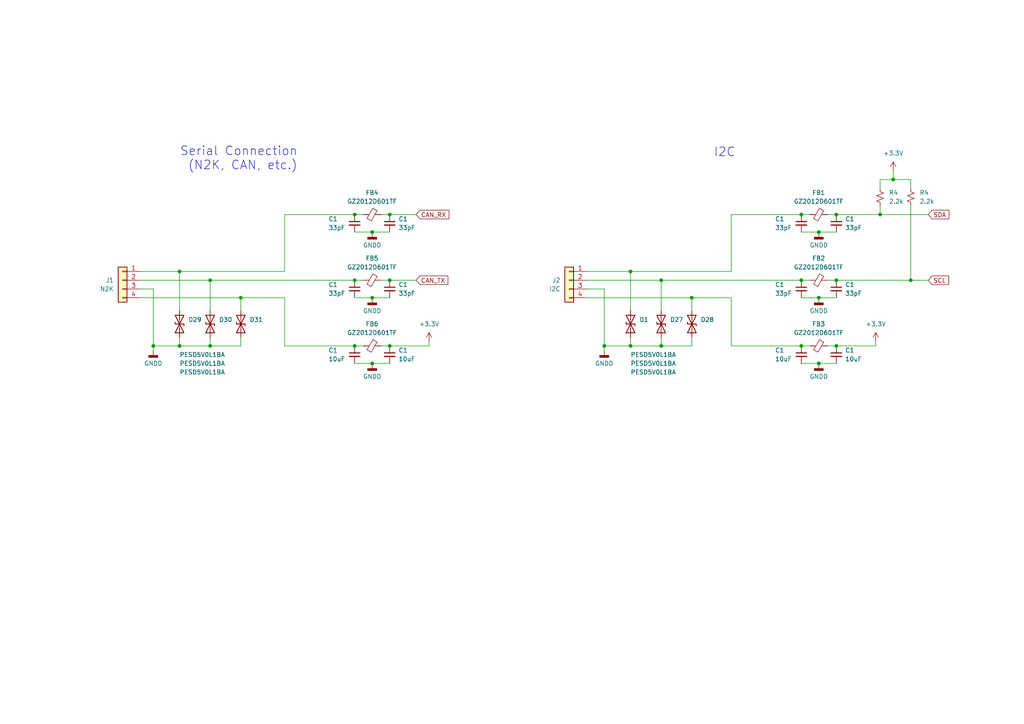
<source format=kicad_sch>
(kicad_sch (version 20230121) (generator eeschema)
  (paper "A4")
  (lib_symbols
    (symbol "Connector_Generic:Conn_01x04" (pin_names (offset 1.016) hide)
      (property "Reference" "J" (at 0 5.08 0))
      (property "Value" "Conn_01x04" (at 0 -7.62 0))
      (symbol "Conn_01x04_1_1"
        (rectangle (start -1.27 -4.953) (end 0 -5.207) (stroke (width 0.1524)))
        (rectangle (start -1.27 -2.413) (end 0 -2.667) (stroke (width 0.1524)))
        (rectangle (start -1.27 0.127) (end 0 -0.127) (stroke (width 0.1524)))
        (rectangle (start -1.27 2.667) (end 0 2.413) (stroke (width 0.1524)))
        (rectangle (start -1.27 3.81) (end 1.27 -6.35) (stroke (width 0.254)) (fill (type background)))
        (pin passive line (at -5.08 2.54 0) (length 3.81) (name "Pin_1") (number "1"))
        (pin passive line (at -5.08 0 0) (length 3.81) (name "Pin_2") (number "2"))
        (pin passive line (at -5.08 -2.54 0) (length 3.81) (name "Pin_3") (number "3"))
        (pin passive line (at -5.08 -5.08 0) (length 3.81) (name "Pin_4") (number "4"))
      )
    )
    (symbol "Device:C_Small" (pin_numbers hide) (pin_names (offset 0.254) hide)
      (property "Reference" "C" (at 0.254 1.778 0))
      (property "Value" "C_Small" (at 0.254 -2.032 0))
      (symbol "C_Small_0_1"
        (polyline (pts (xy -1.524 -0.508) (xy 1.524 -0.508)) (stroke (width 0.3302)))
        (polyline (pts (xy -1.524 0.508) (xy 1.524 0.508)) (stroke (width 0.3048)))
      )
      (symbol "C_Small_1_1"
        (pin passive line (at 0 2.54 270) (length 2.032) (name "~") (number "1"))
        (pin passive line (at 0 -2.54 90) (length 2.032) (name "~") (number "2"))
      )
    )
    (symbol "Device:D_TVS" (pin_numbers hide) (pin_names (offset 1.016) hide)
      (property "Reference" "D" (at 0 2.54 0))
      (property "Value" "D_TVS" (at 0 -2.54 0))
      (symbol "D_TVS_0_1"
        (polyline (pts (xy 1.27 0) (xy -1.27 0)))
        (polyline (pts (xy 0.508 1.27) (xy 0 1.27) (xy 0 -1.27) (xy -0.508 -1.27)) (stroke (width 0.254)))
        (polyline (pts (xy -2.54 1.27) (xy -2.54 -1.27) (xy 2.54 1.27) (xy 2.54 -1.27) (xy -2.54 1.27)) (stroke (width 0.254)))
      )
      (symbol "D_TVS_1_1"
        (pin passive line (at -3.81 0 0) (length 2.54) (name "A1") (number "1"))
        (pin passive line (at 3.81 0 180) (length 2.54) (name "A2") (number "2"))
      )
    )
    (symbol "Device:FerriteBead_Small" (pin_numbers hide) (pin_names (offset 0))
      (property "Reference" "FB" (at 1.905 1.27 0))
      (property "Value" "FerriteBead_Small" (at 1.905 -1.27 0))
      (symbol "FerriteBead_Small_0_1"
        (polyline (pts (xy 0 -1.27) (xy 0 -0.7874)))
        (polyline (pts (xy 0 0.889) (xy 0 1.2954)))
        (polyline (pts (xy -1.8288 0.2794) (xy -1.1176 1.4986) (xy 1.8288 -0.2032) (xy 1.1176 -1.4224) (xy -1.8288 0.2794)))
      )
      (symbol "FerriteBead_Small_1_1"
        (pin passive line (at 0 2.54 270) (length 1.27) (name "~") (number "1"))
        (pin passive line (at 0 -2.54 90) (length 1.27) (name "~") (number "2"))
      )
    )
    (symbol "Device:R_Small_US" (pin_numbers hide) (pin_names (offset 0.254) hide)
      (property "Reference" "R" (at 0.762 0.508 0))
      (property "Value" "R_Small_US" (at 0.762 -1.016 0))
      (symbol "R_Small_US_1_1"
        (polyline (pts (xy 0 0) (xy 1.016 -0.381) (xy 0 -0.762) (xy -1.016 -1.143) (xy 0 -1.524)))
        (polyline (pts (xy 0 1.524) (xy 1.016 1.143) (xy 0 0.762) (xy -1.016 0.381) (xy 0 0)))
        (pin passive line (at 0 2.54 270) (length 1.016) (name "~") (number "1"))
        (pin passive line (at 0 -2.54 90) (length 1.016) (name "~") (number "2"))
      )
    )
    (symbol "power:+3.3V" (power) (pin_names (offset 0))
      (property "Value" "+3.3V" (at 0 3.556 0))
      (symbol "+3.3V_0_1"
        (polyline (pts (xy -0.762 1.27) (xy 0 2.54)))
        (polyline (pts (xy 0 0) (xy 0 2.54)))
        (polyline (pts (xy 0 2.54) (xy 0.762 1.27)))
      )
      (symbol "+3.3V_1_1"
        (pin power_in line (at 0 0 90) (length 0) hide (name "+3.3V") (number "1"))
      )
    )
    (symbol "power:GNDD" (power) (pin_names (offset 0))
      (property "Value" "GNDD" (at 0 -3.175 0))
      (symbol "GNDD_0_1"
        (rectangle (start -1.27 -1.524) (end 1.27 -2.032) (stroke (width 0.254)) (fill (type outline)))
        (polyline (pts (xy 0 0) (xy 0 -1.524)))
      )
      (symbol "GNDD_1_1"
        (pin power_in line (at 0 0 270) (length 0) hide (name "GNDD") (number "1"))
      )
    )
  )
  (junction (at 237.49 67.31))
  (junction (at 69.85 86.36))
  (junction (at 102.87 62.23))
  (junction (at 264.16 81.28))
  (junction (at 44.45 100.33))
  (junction (at 107.95 67.31))
  (junction (at 113.03 100.33))
  (junction (at 60.96 81.28))
  (junction (at 102.87 100.33))
  (junction (at 242.57 62.23))
  (junction (at 182.88 100.33))
  (junction (at 102.87 81.28))
  (junction (at 237.49 105.41))
  (junction (at 237.49 86.36))
  (junction (at 242.57 100.33))
  (junction (at 200.66 86.36))
  (junction (at 255.27 62.23))
  (junction (at 242.57 81.28))
  (junction (at 232.41 62.23))
  (junction (at 60.96 100.33))
  (junction (at 113.03 81.28))
  (junction (at 191.77 100.33))
  (junction (at 52.07 78.74))
  (junction (at 191.77 81.28))
  (junction (at 175.26 100.33))
  (junction (at 113.03 62.23))
  (junction (at 232.41 81.28))
  (junction (at 52.07 100.33))
  (junction (at 182.88 78.74))
  (junction (at 107.95 86.36))
  (junction (at 259.08 52.07))
  (junction (at 107.95 105.41))
  (junction (at 232.41 100.33))
  (wire (pts (xy 113.03 62.23) (xy 120.65 62.23)))
  (wire (pts (xy 191.77 81.28) (xy 232.41 81.28)))
  (wire (pts (xy 212.09 62.23) (xy 232.41 62.23)))
  (wire (pts (xy 232.41 62.23) (xy 234.95 62.23)))
  (wire (pts (xy 60.96 100.33) (xy 69.85 100.33)))
  (wire (pts (xy 191.77 100.33) (xy 191.77 97.79)))
  (wire (pts (xy 40.64 78.74) (xy 52.07 78.74)))
  (wire (pts (xy 232.41 81.28) (xy 234.95 81.28)))
  (wire (pts (xy 40.64 86.36) (xy 69.85 86.36)))
  (wire (pts (xy 242.57 62.23) (xy 255.27 62.23)))
  (wire (pts (xy 259.08 49.53) (xy 259.08 52.07)))
  (wire (pts (xy 170.18 83.82) (xy 175.26 83.82)))
  (wire (pts (xy 242.57 100.33) (xy 254 100.33)))
  (wire (pts (xy 170.18 86.36) (xy 200.66 86.36)))
  (wire (pts (xy 107.95 67.31) (xy 113.03 67.31)))
  (wire (pts (xy 110.49 81.28) (xy 113.03 81.28)))
  (wire (pts (xy 240.03 81.28) (xy 242.57 81.28)))
  (wire (pts (xy 191.77 100.33) (xy 200.66 100.33)))
  (wire (pts (xy 107.95 105.41) (xy 113.03 105.41)))
  (wire (pts (xy 212.09 86.36) (xy 212.09 100.33)))
  (wire (pts (xy 102.87 100.33) (xy 105.41 100.33)))
  (wire (pts (xy 69.85 86.36) (xy 69.85 90.17)))
  (wire (pts (xy 170.18 81.28) (xy 191.77 81.28)))
  (wire (pts (xy 124.46 100.33) (xy 124.46 99.06)))
  (wire (pts (xy 237.49 105.41) (xy 242.57 105.41)))
  (wire (pts (xy 52.07 100.33) (xy 60.96 100.33)))
  (wire (pts (xy 102.87 86.36) (xy 107.95 86.36)))
  (wire (pts (xy 200.66 86.36) (xy 212.09 86.36)))
  (wire (pts (xy 102.87 105.41) (xy 107.95 105.41)))
  (wire (pts (xy 255.27 52.07) (xy 255.27 54.61)))
  (wire (pts (xy 113.03 81.28) (xy 120.65 81.28)))
  (wire (pts (xy 232.41 105.41) (xy 237.49 105.41)))
  (wire (pts (xy 107.95 86.36) (xy 113.03 86.36)))
  (wire (pts (xy 255.27 59.69) (xy 255.27 62.23)))
  (wire (pts (xy 232.41 67.31) (xy 237.49 67.31)))
  (wire (pts (xy 69.85 100.33) (xy 69.85 97.79)))
  (wire (pts (xy 182.88 100.33) (xy 191.77 100.33)))
  (wire (pts (xy 175.26 100.33) (xy 175.26 101.6)))
  (wire (pts (xy 60.96 100.33) (xy 60.96 97.79)))
  (wire (pts (xy 82.55 86.36) (xy 82.55 100.33)))
  (wire (pts (xy 191.77 81.28) (xy 191.77 90.17)))
  (wire (pts (xy 255.27 52.07) (xy 259.08 52.07)))
  (wire (pts (xy 242.57 81.28) (xy 264.16 81.28)))
  (wire (pts (xy 200.66 100.33) (xy 200.66 97.79)))
  (wire (pts (xy 52.07 100.33) (xy 52.07 97.79)))
  (wire (pts (xy 240.03 62.23) (xy 242.57 62.23)))
  (wire (pts (xy 212.09 62.23) (xy 212.09 78.74)))
  (wire (pts (xy 110.49 62.23) (xy 113.03 62.23)))
  (wire (pts (xy 82.55 62.23) (xy 82.55 78.74)))
  (wire (pts (xy 240.03 100.33) (xy 242.57 100.33)))
  (wire (pts (xy 212.09 100.33) (xy 232.41 100.33)))
  (wire (pts (xy 182.88 78.74) (xy 182.88 90.17)))
  (wire (pts (xy 44.45 100.33) (xy 44.45 101.6)))
  (wire (pts (xy 102.87 67.31) (xy 107.95 67.31)))
  (wire (pts (xy 264.16 52.07) (xy 264.16 54.61)))
  (wire (pts (xy 60.96 81.28) (xy 102.87 81.28)))
  (wire (pts (xy 182.88 100.33) (xy 182.88 97.79)))
  (wire (pts (xy 170.18 78.74) (xy 182.88 78.74)))
  (wire (pts (xy 264.16 59.69) (xy 264.16 81.28)))
  (wire (pts (xy 52.07 78.74) (xy 82.55 78.74)))
  (wire (pts (xy 237.49 67.31) (xy 242.57 67.31)))
  (wire (pts (xy 254 100.33) (xy 254 99.06)))
  (wire (pts (xy 110.49 100.33) (xy 113.03 100.33)))
  (wire (pts (xy 200.66 90.17) (xy 200.66 86.36)))
  (wire (pts (xy 237.49 86.36) (xy 242.57 86.36)))
  (wire (pts (xy 44.45 83.82) (xy 44.45 100.33)))
  (wire (pts (xy 82.55 100.33) (xy 102.87 100.33)))
  (wire (pts (xy 232.41 86.36) (xy 237.49 86.36)))
  (wire (pts (xy 255.27 62.23) (xy 269.24 62.23)))
  (wire (pts (xy 60.96 81.28) (xy 60.96 90.17)))
  (wire (pts (xy 40.64 83.82) (xy 44.45 83.82)))
  (wire (pts (xy 102.87 62.23) (xy 105.41 62.23)))
  (wire (pts (xy 175.26 83.82) (xy 175.26 100.33)))
  (wire (pts (xy 52.07 78.74) (xy 52.07 90.17)))
  (wire (pts (xy 113.03 100.33) (xy 124.46 100.33)))
  (wire (pts (xy 264.16 52.07) (xy 259.08 52.07)))
  (wire (pts (xy 175.26 100.33) (xy 182.88 100.33)))
  (wire (pts (xy 102.87 81.28) (xy 105.41 81.28)))
  (wire (pts (xy 82.55 62.23) (xy 102.87 62.23)))
  (wire (pts (xy 264.16 81.28) (xy 269.24 81.28)))
  (wire (pts (xy 44.45 100.33) (xy 52.07 100.33)))
  (wire (pts (xy 69.85 86.36) (xy 82.55 86.36)))
  (wire (pts (xy 40.64 81.28) (xy 60.96 81.28)))
  (wire (pts (xy 232.41 100.33) (xy 234.95 100.33)))
  (wire (pts (xy 212.09 78.74) (xy 182.88 78.74)))
  (text "Serial Connection\n(N2K, CAN, etc.)" (at 86.36 49.53 0) (effects (font (size 2.54 2.54)) (justify right bottom)))
  (text "I2C" (at 213.36 45.72 0) (effects (font (size 2.54 2.54)) (justify right bottom)))
  (global_label "CAN_TX" (shape input) (at 120.65 81.28 0) (property "Intersheetrefs" "${INTERSHEET_REFS}" (effects hide)))
  (global_label "SCL" (shape input) (at 269.24 81.28 0) (property "Intersheetrefs" "${INTERSHEET_REFS}" (effects hide)))
  (global_label "SDA" (shape input) (at 269.24 62.23 0) (property "Intersheetrefs" "${INTERSHEET_REFS}" (effects hide)))
  (global_label "CAN_RX" (shape input) (at 120.65 62.23 0) (property "Intersheetrefs" "${INTERSHEET_REFS}" (effects hide)))
  (symbol (lib_id "power:GNDD") (at 107.95 67.31 0) (mirror y) (unit 1)
    (property "Reference" "#PWR054" (effects hide))
    (property "Value" "GNDD" (at 107.95 71.12 0))
    (instances (project "rgb-input" (path "" (reference "#PWR054") (unit 1)) (path "" (reference "#PWR078") (unit 1))))
  )
  (symbol (lib_id "power:GNDD") (at 237.49 67.31 0) (mirror y) (unit 1)
    (property "Reference" "#PWR054" (effects hide))
    (property "Value" "GNDD" (at 237.49 71.12 0))
    (instances (project "rgb-input" (path "" (reference "#PWR054") (unit 1)) (path "" (reference "#PWR073") (unit 1))))
  )
  (symbol (lib_id "Device:C_Small") (at 102.87 83.82 0) (unit 1)
    (property "Reference" "C1" (at 95.25 82.55 0) (effects (justify left)))
    (property "Value" "33pF" (at 95.25 85.09 0) (effects (justify left)))
    (property "Footprint" "Capacitor_SMD:C_0805_2012Metric_Pad1.18x1.45mm_HandSolder" (effects hide))
    (property "Vendor" "08053C104KAT4A" (effects hide))
    (instances (project "rgb-input" (path "" (reference "C1") (unit 1)) (path "" (reference "C38") (unit 1))))
  )
  (symbol (lib_id "Device:C_Small") (at 242.57 64.77 0) (unit 1)
    (property "Reference" "C1" (at 245.11 63.5063 0) (effects (justify left)))
    (property "Value" "33pF" (at 245.11 66.0463 0) (effects (justify left)))
    (property "Footprint" "Capacitor_SMD:C_0805_2012Metric_Pad1.18x1.45mm_HandSolder" (effects hide))
    (instances (project "rgb-input" (path "" (reference "C1") (unit 1)) (path "" (reference "C32") (unit 1))))
  )
  (symbol (lib_id "Device:D_TVS") (at 60.96 93.98 90) (unit 1)
    (property "Reference" "D30" (at 63.5 92.71 90) (effects (justify right)))
    (property "Value" "PESD5V0L1BA" (at 52.07 105.41 90) (effects (justify right)))
    (property "Footprint" "Diode_SMD:D_SOD-323_HandSoldering" (effects hide))
  )
  (symbol (lib_id "Device:C_Small") (at 102.87 64.77 0) (unit 1)
    (property "Reference" "C1" (at 95.25 63.5 0) (effects (justify left)))
    (property "Value" "33pF" (at 95.25 66.04 0) (effects (justify left)))
    (property "Footprint" "Capacitor_SMD:C_0805_2012Metric_Pad1.18x1.45mm_HandSolder" (effects hide))
    (instances (project "rgb-input" (path "" (reference "C1") (unit 1)) (path "" (reference "C37") (unit 1))))
  )
  (symbol (lib_id "Device:C_Small") (at 242.57 102.87 0) (unit 1)
    (property "Reference" "C1" (at 245.11 101.6063 0) (effects (justify left)))
    (property "Value" "10uF" (at 245.11 104.1463 0) (effects (justify left)))
    (property "Footprint" "Capacitor_SMD:C_0805_2012Metric_Pad1.18x1.45mm_HandSolder" (effects hide))
    (property "Vendor" "08053C104KAT4A" (effects hide))
    (instances (project "rgb-input" (path "" (reference "C1") (unit 1)) (path "" (reference "C36") (unit 1))))
  )
  (symbol (lib_id "Device:D_TVS") (at 52.07 93.98 90) (unit 1)
    (property "Reference" "D29" (at 54.61 92.71 90) (effects (justify right)))
    (property "Value" "PESD5V0L1BA" (at 52.07 102.87 90) (effects (justify right)))
    (property "Footprint" "Diode_SMD:D_SOD-323_HandSoldering" (effects hide))
  )
  (symbol (lib_id "Connector_Generic:Conn_01x04") (at 35.56 81.28 0) (mirror y) (unit 1)
    (property "Reference" "J1" (at 33.02 81.28 0) (effects (justify left)))
    (property "Value" "N2K" (at 33.02 83.82 0) (effects (justify left)))
    (property "Footprint" "Connector_PinHeader_2.54mm:PinHeader_1x04_P2.54mm_Vertical" (effects hide))
    (instances (project "rgb-input" (path "" (reference "J1") (unit 1)) (path "" (reference "J14") (unit 1))))
  )
  (symbol (lib_id "Device:D_TVS") (at 200.66 93.98 90) (unit 1)
    (property "Reference" "D28" (at 203.2 92.71 90) (effects (justify right)))
    (property "Value" "PESD5V0L1BA" (at 182.88 107.95 90) (effects (justify right)))
    (property "Footprint" "Diode_SMD:D_SOD-323_HandSoldering" (effects hide))
  )
  (symbol (lib_id "power:GNDD") (at 107.95 105.41 0) (mirror y) (unit 1)
    (property "Reference" "#PWR054" (effects hide))
    (property "Value" "GNDD" (at 107.95 109.22 0))
    (instances (project "rgb-input" (path "" (reference "#PWR054") (unit 1)) (path "" (reference "#PWR080") (unit 1))))
  )
  (symbol (lib_id "Device:D_TVS") (at 182.88 93.98 90) (unit 1)
    (property "Reference" "D1" (at 185.42 92.71 90) (effects (justify right)))
    (property "Value" "PESD5V0L1BA" (at 182.88 102.87 90) (effects (justify right)))
    (property "Footprint" "Diode_SMD:D_SOD-323_HandSoldering" (effects hide))
  )
  (symbol (lib_id "Device:C_Small") (at 242.57 83.82 0) (unit 1)
    (property "Reference" "C1" (at 245.11 82.5563 0) (effects (justify left)))
    (property "Value" "33pF" (at 245.11 85.0963 0) (effects (justify left)))
    (property "Footprint" "Capacitor_SMD:C_0805_2012Metric_Pad1.18x1.45mm_HandSolder" (effects hide))
    (property "Vendor" "08053C104KAT4A" (effects hide))
    (instances (project "rgb-input" (path "" (reference "C1") (unit 1)) (path "" (reference "C34") (unit 1))))
  )
  (symbol (lib_id "Device:FerriteBead_Small") (at 237.49 62.23 90) (unit 1)
    (property "Reference" "FB1" (at 237.4519 55.88 90))
    (property "Value" "GZ2012D601TF" (at 237.4519 58.42 90))
    (property "Footprint" "Inductor_SMD:L_0805_2012Metric" (effects hide))
  )
  (symbol (lib_id "Device:FerriteBead_Small") (at 107.95 81.28 90) (unit 1)
    (property "Reference" "FB5" (at 107.9119 74.93 90))
    (property "Value" "GZ2012D601TF" (at 107.9119 77.47 90))
    (property "Footprint" "Inductor_SMD:L_0805_2012Metric" (effects hide))
  )
  (symbol (lib_id "power:+3.3V") (at 259.08 49.53 0) (mirror y) (unit 1)
    (property "Reference" "#PWR060" (effects hide))
    (property "Value" "+3.3V" (at 259.08 44.45 0))
    (instances (project "rgb-input" (path "" (reference "#PWR060") (unit 1)) (path "" (reference "#PWR054") (unit 1))))
  )
  (symbol (lib_id "Device:C_Small") (at 102.87 102.87 0) (unit 1)
    (property "Reference" "C1" (at 95.25 101.6 0) (effects (justify left)))
    (property "Value" "10uF" (at 95.25 104.14 0) (effects (justify left)))
    (property "Footprint" "Capacitor_SMD:C_0805_2012Metric_Pad1.18x1.45mm_HandSolder" (effects hide))
    (property "Vendor" "08053C104KAT4A" (effects hide))
    (instances (project "rgb-input" (path "" (reference "C1") (unit 1)) (path "" (reference "C39") (unit 1))))
  )
  (symbol (lib_id "power:GNDD") (at 237.49 105.41 0) (mirror y) (unit 1)
    (property "Reference" "#PWR054" (effects hide))
    (property "Value" "GNDD" (at 237.49 109.22 0))
    (instances (project "rgb-input" (path "" (reference "#PWR054") (unit 1)) (path "" (reference "#PWR075") (unit 1))))
  )
  (symbol (lib_id "power:GNDD") (at 44.45 101.6 0) (mirror y) (unit 1)
    (property "Reference" "#PWR054" (effects hide))
    (property "Value" "GNDD" (at 44.45 105.41 0))
    (instances (project "rgb-input" (path "" (reference "#PWR054") (unit 1)) (path "" (reference "#PWR062") (unit 1))))
  )
  (symbol (lib_id "Connector_Generic:Conn_01x04") (at 165.1 81.28 0) (mirror y) (unit 1)
    (property "Reference" "J2" (at 162.56 81.28 0) (effects (justify left)))
    (property "Value" "I2C" (at 162.56 83.82 0) (effects (justify left)))
    (property "Footprint" "Connector_PinHeader_2.54mm:PinHeader_1x04_P2.54mm_Vertical" (effects hide))
    (instances (project "rgb-input" (path "" (reference "J2") (unit 1)) (path "" (reference "J13") (unit 1))))
  )
  (symbol (lib_id "power:GNDD") (at 107.95 86.36 0) (mirror y) (unit 1)
    (property "Reference" "#PWR054" (effects hide))
    (property "Value" "GNDD" (at 107.95 90.17 0))
    (instances (project "rgb-input" (path "" (reference "#PWR054") (unit 1)) (path "" (reference "#PWR079") (unit 1))))
  )
  (symbol (lib_id "Device:FerriteBead_Small") (at 237.49 81.28 90) (unit 1)
    (property "Reference" "FB2" (at 237.4519 74.93 90))
    (property "Value" "GZ2012D601TF" (at 237.4519 77.47 90))
    (property "Footprint" "Inductor_SMD:L_0805_2012Metric" (effects hide))
  )
  (symbol (lib_id "power:+3.3V") (at 254 99.06 0) (mirror y) (unit 1)
    (property "Reference" "#PWR060" (effects hide))
    (property "Value" "+3.3V" (at 254 93.98 0))
    (instances (project "rgb-input" (path "" (reference "#PWR060") (unit 1)) (path "" (reference "#PWR076") (unit 1))))
  )
  (symbol (lib_id "Device:R_Small_US") (at 264.16 57.15 180) (unit 1)
    (property "Reference" "R4" (at 266.7 55.88 0) (effects (justify right)))
    (property "Value" "2.2k" (at 266.7 58.42 0) (effects (justify right)))
    (property "Footprint" "Resistor_SMD:R_0805_2012Metric_Pad1.20x1.40mm_HandSolder" (effects hide))
    (instances (project "rgb-input" (path "" (reference "R4") (unit 1)) (path "" (reference "R42") (unit 1))))
  )
  (symbol (lib_id "power:GNDD") (at 237.49 86.36 0) (mirror y) (unit 1)
    (property "Reference" "#PWR054" (effects hide))
    (property "Value" "GNDD" (at 237.49 90.17 0))
    (instances (project "rgb-input" (path "" (reference "#PWR054") (unit 1)) (path "" (reference "#PWR074") (unit 1))))
  )
  (symbol (lib_id "power:GNDD") (at 175.26 101.6 0) (mirror y) (unit 1)
    (property "Reference" "#PWR054" (effects hide))
    (property "Value" "GNDD" (at 175.26 105.41 0))
    (instances (project "rgb-input" (path "" (reference "#PWR054") (unit 1)) (path "" (reference "#PWR061") (unit 1))))
  )
  (symbol (lib_id "Device:C_Small") (at 113.03 64.77 0) (unit 1)
    (property "Reference" "C1" (at 115.57 63.5063 0) (effects (justify left)))
    (property "Value" "33pF" (at 115.57 66.0463 0) (effects (justify left)))
    (property "Footprint" "Capacitor_SMD:C_0805_2012Metric_Pad1.18x1.45mm_HandSolder" (effects hide))
    (instances (project "rgb-input" (path "" (reference "C1") (unit 1)) (path "" (reference "C40") (unit 1))))
  )
  (symbol (lib_id "Device:R_Small_US") (at 255.27 57.15 180) (unit 1)
    (property "Reference" "R4" (at 257.81 55.88 0) (effects (justify right)))
    (property "Value" "2.2k" (at 257.81 58.42 0) (effects (justify right)))
    (property "Footprint" "Resistor_SMD:R_0805_2012Metric_Pad1.20x1.40mm_HandSolder" (effects hide))
    (instances (project "rgb-input" (path "" (reference "R4") (unit 1)) (path "" (reference "R40") (unit 1))))
  )
  (symbol (lib_id "Device:FerriteBead_Small") (at 107.95 100.33 90) (unit 1)
    (property "Reference" "FB6" (at 107.9119 93.98 90))
    (property "Value" "GZ2012D601TF" (at 107.9119 96.52 90))
    (property "Footprint" "Inductor_SMD:L_0805_2012Metric" (effects hide))
  )
  (symbol (lib_id "Device:FerriteBead_Small") (at 237.49 100.33 90) (unit 1)
    (property "Reference" "FB3" (at 237.4519 93.98 90))
    (property "Value" "GZ2012D601TF" (at 237.4519 96.52 90))
    (property "Footprint" "Inductor_SMD:L_0805_2012Metric" (effects hide))
  )
  (symbol (lib_id "Device:C_Small") (at 232.41 64.77 0) (unit 1)
    (property "Reference" "C1" (at 224.79 63.5 0) (effects (justify left)))
    (property "Value" "33pF" (at 224.79 66.04 0) (effects (justify left)))
    (property "Footprint" "Capacitor_SMD:C_0805_2012Metric_Pad1.18x1.45mm_HandSolder" (effects hide))
    (instances (project "rgb-input" (path "" (reference "C1") (unit 1)) (path "" (reference "C31") (unit 1))))
  )
  (symbol (lib_id "Device:D_TVS") (at 191.77 93.98 90) (unit 1)
    (property "Reference" "D27" (at 194.31 92.71 90) (effects (justify right)))
    (property "Value" "PESD5V0L1BA" (at 182.88 105.41 90) (effects (justify right)))
    (property "Footprint" "Diode_SMD:D_SOD-323_HandSoldering" (effects hide))
  )
  (symbol (lib_id "Device:C_Small") (at 113.03 83.82 0) (unit 1)
    (property "Reference" "C1" (at 115.57 82.5563 0) (effects (justify left)))
    (property "Value" "33pF" (at 115.57 85.0963 0) (effects (justify left)))
    (property "Footprint" "Capacitor_SMD:C_0805_2012Metric_Pad1.18x1.45mm_HandSolder" (effects hide))
    (property "Vendor" "08053C104KAT4A" (effects hide))
    (instances (project "rgb-input" (path "" (reference "C1") (unit 1)) (path "" (reference "C41") (unit 1))))
  )
  (symbol (lib_id "power:+3.3V") (at 124.46 99.06 0) (mirror y) (unit 1)
    (property "Reference" "#PWR060" (effects hide))
    (property "Value" "+3.3V" (at 124.46 93.98 0))
    (instances (project "rgb-input" (path "" (reference "#PWR060") (unit 1)) (path "" (reference "#PWR081") (unit 1))))
  )
  (symbol (lib_id "Device:C_Small") (at 113.03 102.87 0) (unit 1)
    (property "Reference" "C1" (at 115.57 101.6063 0) (effects (justify left)))
    (property "Value" "10uF" (at 115.57 104.1463 0) (effects (justify left)))
    (property "Footprint" "Capacitor_SMD:C_0805_2012Metric_Pad1.18x1.45mm_HandSolder" (effects hide))
    (property "Vendor" "08053C104KAT4A" (effects hide))
    (instances (project "rgb-input" (path "" (reference "C1") (unit 1)) (path "" (reference "C42") (unit 1))))
  )
  (symbol (lib_id "Device:C_Small") (at 232.41 102.87 0) (unit 1)
    (property "Reference" "C1" (at 224.79 101.6 0) (effects (justify left)))
    (property "Value" "10uF" (at 224.79 104.14 0) (effects (justify left)))
    (property "Footprint" "Capacitor_SMD:C_0805_2012Metric_Pad1.18x1.45mm_HandSolder" (effects hide))
    (property "Vendor" "08053C104KAT4A" (effects hide))
    (instances (project "rgb-input" (path "" (reference "C1") (unit 1)) (path "" (reference "C35") (unit 1))))
  )
  (symbol (lib_id "Device:D_TVS") (at 69.85 93.98 90) (unit 1)
    (property "Reference" "D31" (at 72.39 92.71 90) (effects (justify right)))
    (property "Value" "PESD5V0L1BA" (at 52.07 107.95 90) (effects (justify right)))
    (property "Footprint" "Diode_SMD:D_SOD-323_HandSoldering" (effects hide))
  )
  (symbol (lib_id "Device:C_Small") (at 232.41 83.82 0) (unit 1)
    (property "Reference" "C1" (at 224.79 82.55 0) (effects (justify left)))
    (property "Value" "33pF" (at 224.79 85.09 0) (effects (justify left)))
    (property "Footprint" "Capacitor_SMD:C_0805_2012Metric_Pad1.18x1.45mm_HandSolder" (effects hide))
    (property "Vendor" "08053C104KAT4A" (effects hide))
    (instances (project "rgb-input" (path "" (reference "C1") (unit 1)) (path "" (reference "C33") (unit 1))))
  )
  (symbol (lib_id "Device:FerriteBead_Small") (at 107.95 62.23 90) (unit 1)
    (property "Reference" "FB4" (at 107.9119 55.88 90))
    (property "Value" "GZ2012D601TF" (at 107.9119 58.42 90))
    (property "Footprint" "Inductor_SMD:L_0805_2012Metric" (effects hide))
  )
)
</source>
